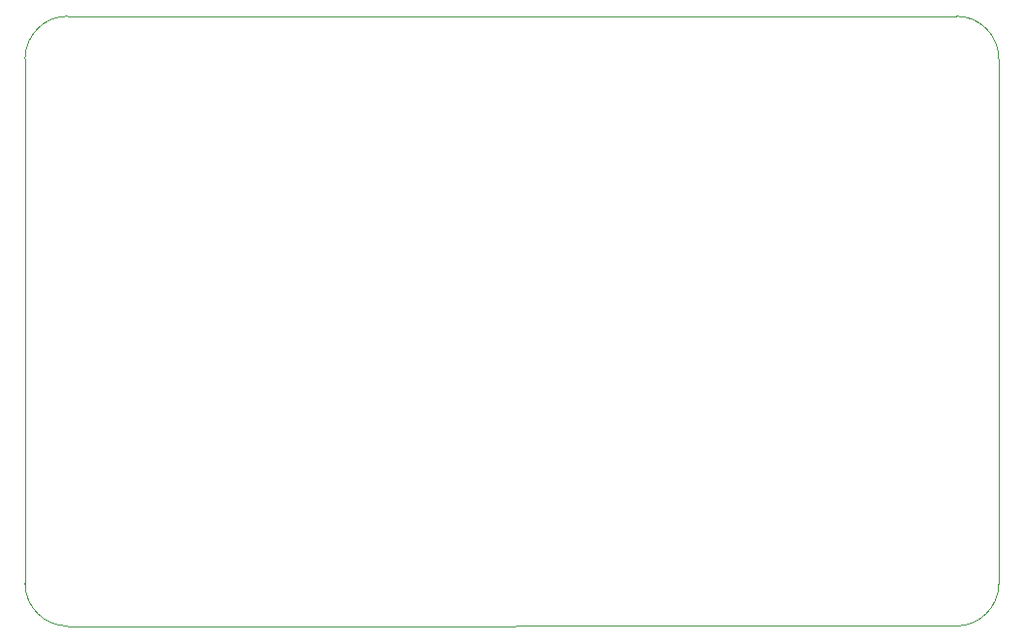
<source format=gbr>
%TF.GenerationSoftware,KiCad,Pcbnew,9.0.0*%
%TF.CreationDate,2025-03-26T23:14:20+00:00*%
%TF.ProjectId,diode-ladder-filter-synth-module,64696f64-652d-46c6-9164-6465722d6669,rev?*%
%TF.SameCoordinates,Original*%
%TF.FileFunction,Profile,NP*%
%FSLAX46Y46*%
G04 Gerber Fmt 4.6, Leading zero omitted, Abs format (unit mm)*
G04 Created by KiCad (PCBNEW 9.0.0) date 2025-03-26 23:14:20*
%MOMM*%
%LPD*%
G01*
G04 APERTURE LIST*
%TA.AperFunction,Profile*%
%ADD10C,0.120000*%
%TD*%
G04 APERTURE END LIST*
D10*
%TO.C,M1*%
X197560001Y-96801097D02*
G75*
G02*
X193855001Y-100496077I-3694990J-4D01*
G01*
X193845001Y-47175000D02*
G75*
G02*
X197559992Y-50911097I10J-3715041D01*
G01*
X116184990Y-100500057D02*
G75*
G02*
X112465001Y-96780057I10014J3730003D01*
G01*
X112465000Y-50900057D02*
G75*
G02*
X116195001Y-47175059I3725003J-2D01*
G01*
X197559999Y-96801097D02*
X197559999Y-50911097D01*
X116195001Y-47175059D02*
X193845001Y-47175059D01*
X116184990Y-100500057D02*
X193855001Y-100496083D01*
X112465001Y-96780057D02*
X112465001Y-50900057D01*
%TD*%
M02*

</source>
